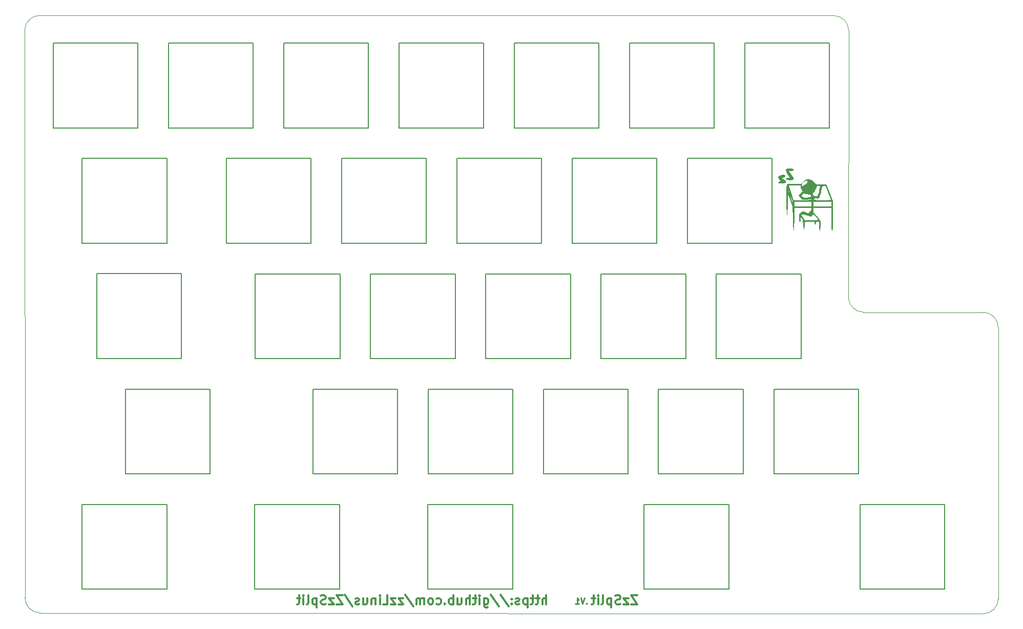
<source format=gbo>
G04 #@! TF.GenerationSoftware,KiCad,Pcbnew,(6.0.7)*
G04 #@! TF.CreationDate,2022-09-08T23:08:07+00:00*
G04 #@! TF.ProjectId,zzsplit-top,7a7a7370-6c69-4742-9d74-6f702e6b6963,rev?*
G04 #@! TF.SameCoordinates,Original*
G04 #@! TF.FileFunction,Legend,Bot*
G04 #@! TF.FilePolarity,Positive*
%FSLAX46Y46*%
G04 Gerber Fmt 4.6, Leading zero omitted, Abs format (unit mm)*
G04 Created by KiCad (PCBNEW (6.0.7)) date 2022-09-08 23:08:07*
%MOMM*%
%LPD*%
G01*
G04 APERTURE LIST*
G04 #@! TA.AperFunction,Profile*
%ADD10C,0.150000*%
G04 #@! TD*
G04 #@! TA.AperFunction,Profile*
%ADD11C,0.100000*%
G04 #@! TD*
%ADD12C,0.300000*%
%ADD13C,0.250000*%
%ADD14C,4.700000*%
G04 APERTURE END LIST*
D10*
X60238729Y-40531602D02*
X74238729Y-40531602D01*
X79288729Y-54531602D02*
X79288729Y-40531602D01*
X121888729Y-59591602D02*
X121888729Y-73591602D01*
X150748729Y-92661602D02*
X164748729Y-92661602D01*
X160248729Y-111711602D02*
X174248729Y-111711602D01*
D11*
X213908649Y-134841609D02*
G75*
G03*
X216428729Y-132331602I10051J2510009D01*
G01*
D10*
X131698729Y-92661602D02*
X131698729Y-78661602D01*
X112338729Y-40531602D02*
X112338729Y-54531602D01*
X141218729Y-97721602D02*
X155218729Y-97721602D01*
X122168729Y-97721602D02*
X136168729Y-97721602D01*
D11*
X191638698Y-82491602D02*
G75*
G03*
X194138729Y-84991602I2500002J2D01*
G01*
D10*
X136438729Y-40531602D02*
X150438729Y-40531602D01*
X93518729Y-116791602D02*
X107518729Y-116791602D01*
X136438729Y-54531602D02*
X150438729Y-54531602D01*
X122168729Y-111721602D02*
X122168729Y-97721602D01*
X102838729Y-59591602D02*
X102838729Y-73591602D01*
X157878729Y-130771602D02*
X157878729Y-116771602D01*
X107518729Y-116791602D02*
X107518729Y-130791602D01*
X140938729Y-59591602D02*
X140938729Y-73591602D01*
D11*
X191697436Y-38465843D02*
X191638729Y-82491602D01*
D10*
X93288729Y-40531602D02*
X93288729Y-54531602D01*
X65008729Y-130801602D02*
X65008729Y-116801602D01*
X93518729Y-130791602D02*
X107518729Y-130791602D01*
X171878729Y-116771602D02*
X171878729Y-130771602D01*
X98338729Y-40531602D02*
X112338729Y-40531602D01*
X165038729Y-59591602D02*
X179038729Y-59591602D01*
X88838729Y-73591602D02*
X102838729Y-73591602D01*
X64998729Y-73571602D02*
X64998729Y-59571602D01*
X169488729Y-40531602D02*
X169488729Y-54531602D01*
X131388729Y-40531602D02*
X131388729Y-54531602D01*
X136438729Y-54531602D02*
X136438729Y-40531602D01*
X160248729Y-111711602D02*
X160248729Y-97711602D01*
X155218729Y-97721602D02*
X155218729Y-111721602D01*
X145988729Y-59591602D02*
X159988729Y-59591602D01*
X157878729Y-116771602D02*
X171878729Y-116771602D01*
X117388729Y-54531602D02*
X117388729Y-40531602D01*
X98338729Y-54531602D02*
X112338729Y-54531602D01*
X81398729Y-78631602D02*
X81398729Y-92631602D01*
X93598729Y-78661602D02*
X107598729Y-78661602D01*
X122158729Y-116781602D02*
X136158729Y-116781602D01*
X93598729Y-92661602D02*
X107598729Y-92661602D01*
X79008729Y-116801602D02*
X79008729Y-130801602D01*
X193588729Y-116781602D02*
X207588729Y-116781602D01*
X171878729Y-116771602D02*
X171878729Y-130771602D01*
D11*
X216408729Y-87561602D02*
X216438729Y-132331602D01*
D10*
X65008729Y-130801602D02*
X79008729Y-130801602D01*
X169798729Y-92661602D02*
X183798729Y-92661602D01*
X155488729Y-40531602D02*
X169488729Y-40531602D01*
X160248729Y-97711602D02*
X174248729Y-97711602D01*
D11*
X57998729Y-35941629D02*
G75*
G03*
X55498729Y-38441602I-29J-2499971D01*
G01*
D10*
X60238729Y-54531602D02*
X60238729Y-40531602D01*
X74238729Y-40531602D02*
X74238729Y-54531602D01*
X183798729Y-78661602D02*
X183798729Y-92661602D01*
X165038729Y-73591602D02*
X165038729Y-59591602D01*
X117388729Y-40531602D02*
X131388729Y-40531602D01*
X141218729Y-111721602D02*
X155218729Y-111721602D01*
X65008729Y-116801602D02*
X79008729Y-116801602D01*
X145988729Y-73591602D02*
X145988729Y-59591602D01*
X131698729Y-92661602D02*
X145698729Y-92661602D01*
X60238729Y-54531602D02*
X74238729Y-54531602D01*
X164748729Y-78661602D02*
X164748729Y-92661602D01*
X150748729Y-92661602D02*
X150748729Y-78661602D01*
X136168729Y-97721602D02*
X136168729Y-111721602D01*
X157878729Y-130771602D02*
X171878729Y-130771602D01*
X193588729Y-130781602D02*
X207588729Y-130781602D01*
D11*
X55538698Y-132201602D02*
G75*
G03*
X58038729Y-134701602I2500002J2D01*
G01*
D10*
X193318729Y-97721602D02*
X193318729Y-111721602D01*
X126938729Y-73591602D02*
X140938729Y-73591602D01*
X107888729Y-73591602D02*
X121888729Y-73591602D01*
X67398729Y-92631602D02*
X81398729Y-92631602D01*
D11*
X213908649Y-134841582D02*
X58038729Y-134701602D01*
D10*
X112648729Y-78661602D02*
X126648729Y-78661602D01*
X72158729Y-97751602D02*
X86158729Y-97751602D01*
X141218729Y-111721602D02*
X141218729Y-97721602D01*
X136158729Y-116781602D02*
X136158729Y-130781602D01*
X155488729Y-54531602D02*
X169488729Y-54531602D01*
X122158729Y-130781602D02*
X122158729Y-116781602D01*
X126938729Y-73591602D02*
X126938729Y-59591602D01*
X112648729Y-92661602D02*
X112648729Y-78661602D01*
X93518729Y-130791602D02*
X93518729Y-116791602D01*
X88838729Y-73591602D02*
X88838729Y-59591602D01*
X67398729Y-78631602D02*
X81398729Y-78631602D01*
X131698729Y-78661602D02*
X145698729Y-78661602D01*
X117388729Y-54531602D02*
X131388729Y-54531602D01*
X179318729Y-111721602D02*
X193318729Y-111721602D01*
X207588729Y-116781602D02*
X207588729Y-130781602D01*
X145988729Y-73591602D02*
X159988729Y-73591602D01*
X107598729Y-78661602D02*
X107598729Y-92661602D01*
X122168729Y-111721602D02*
X136168729Y-111721602D01*
X103118729Y-111721602D02*
X117118729Y-111721602D01*
X122158729Y-130781602D02*
X136158729Y-130781602D01*
X98338729Y-54531602D02*
X98338729Y-40531602D01*
X103118729Y-97721602D02*
X117118729Y-97721602D01*
D11*
X216398732Y-87571602D02*
G75*
G03*
X213918710Y-85011603I-2482732J76102D01*
G01*
D10*
X72158729Y-111751602D02*
X72158729Y-97751602D01*
D11*
X57998729Y-35941602D02*
X189207417Y-35965844D01*
D10*
X174538729Y-54531602D02*
X188538729Y-54531602D01*
X88838729Y-59591602D02*
X102838729Y-59591602D01*
X78998729Y-59571602D02*
X78998729Y-73571602D01*
D11*
X194108710Y-85001603D02*
X213918710Y-85011603D01*
D10*
X174538729Y-40531602D02*
X188538729Y-40531602D01*
X179318729Y-111721602D02*
X179318729Y-97721602D01*
X64998729Y-59571602D02*
X78998729Y-59571602D01*
D11*
X55498729Y-38441602D02*
X55538729Y-132201602D01*
D10*
X174538729Y-54531602D02*
X174538729Y-40531602D01*
X86158729Y-97751602D02*
X86158729Y-111751602D01*
X64998729Y-73571602D02*
X78998729Y-73571602D01*
X107888729Y-73591602D02*
X107888729Y-59591602D01*
X79288729Y-54531602D02*
X93288729Y-54531602D01*
X67398729Y-92631602D02*
X67398729Y-78631602D01*
X145698729Y-78661602D02*
X145698729Y-92661602D01*
X179038729Y-59591602D02*
X179038729Y-73591602D01*
X150748729Y-78661602D02*
X164748729Y-78661602D01*
X169798729Y-78661602D02*
X183798729Y-78661602D01*
X188538729Y-40531602D02*
X188538729Y-54531602D01*
X126648729Y-78661602D02*
X126648729Y-92661602D01*
X103118729Y-111721602D02*
X103118729Y-97721602D01*
D11*
X191697476Y-38465843D02*
G75*
G03*
X189207417Y-35965844I-2500076J-57D01*
G01*
D10*
X193588729Y-130781602D02*
X193588729Y-116781602D01*
X159988729Y-59591602D02*
X159988729Y-73591602D01*
X165038729Y-73591602D02*
X179038729Y-73591602D01*
X72158729Y-111751602D02*
X86158729Y-111751602D01*
X157878729Y-130771602D02*
X171878729Y-130771602D01*
X79288729Y-40531602D02*
X93288729Y-40531602D01*
X155488729Y-54531602D02*
X155488729Y-40531602D01*
X169798729Y-92661602D02*
X169798729Y-78661602D01*
X93598729Y-92661602D02*
X93598729Y-78661602D01*
X179318729Y-97721602D02*
X193318729Y-97721602D01*
X112648729Y-92661602D02*
X126648729Y-92661602D01*
X150438729Y-40531602D02*
X150438729Y-54531602D01*
X126938729Y-59591602D02*
X140938729Y-59591602D01*
X157878729Y-130771602D02*
X157878729Y-116771602D01*
X157878729Y-116771602D02*
X171878729Y-116771602D01*
X174248729Y-97711602D02*
X174248729Y-111711602D01*
X117118729Y-97721602D02*
X117118729Y-111721602D01*
X107888729Y-59591602D02*
X121888729Y-59591602D01*
D12*
X156733871Y-131767030D02*
X155717871Y-131767030D01*
X156733871Y-133291030D01*
X155717871Y-133291030D01*
X155282443Y-132275030D02*
X154484157Y-132275030D01*
X155282443Y-133291030D01*
X154484157Y-133291030D01*
X153976157Y-133218459D02*
X153758443Y-133291030D01*
X153395586Y-133291030D01*
X153250443Y-133218459D01*
X153177871Y-133145887D01*
X153105300Y-133000744D01*
X153105300Y-132855602D01*
X153177871Y-132710459D01*
X153250443Y-132637887D01*
X153395586Y-132565316D01*
X153685871Y-132492744D01*
X153831014Y-132420173D01*
X153903586Y-132347602D01*
X153976157Y-132202459D01*
X153976157Y-132057316D01*
X153903586Y-131912173D01*
X153831014Y-131839602D01*
X153685871Y-131767030D01*
X153323014Y-131767030D01*
X153105300Y-131839602D01*
X152452157Y-132275030D02*
X152452157Y-133799030D01*
X152452157Y-132347602D02*
X152307014Y-132275030D01*
X152016729Y-132275030D01*
X151871586Y-132347602D01*
X151799014Y-132420173D01*
X151726443Y-132565316D01*
X151726443Y-133000744D01*
X151799014Y-133145887D01*
X151871586Y-133218459D01*
X152016729Y-133291030D01*
X152307014Y-133291030D01*
X152452157Y-133218459D01*
X150855586Y-133291030D02*
X151000729Y-133218459D01*
X151073300Y-133073316D01*
X151073300Y-131767030D01*
X150275014Y-133291030D02*
X150275014Y-132275030D01*
X150275014Y-131767030D02*
X150347586Y-131839602D01*
X150275014Y-131912173D01*
X150202443Y-131839602D01*
X150275014Y-131767030D01*
X150275014Y-131912173D01*
X149767014Y-132275030D02*
X149186443Y-132275030D01*
X149549300Y-131767030D02*
X149549300Y-133073316D01*
X149476729Y-133218459D01*
X149331586Y-133291030D01*
X149186443Y-133291030D01*
X141711586Y-133291030D02*
X141711586Y-131767030D01*
X141058443Y-133291030D02*
X141058443Y-132492744D01*
X141131014Y-132347602D01*
X141276157Y-132275030D01*
X141493871Y-132275030D01*
X141639014Y-132347602D01*
X141711586Y-132420173D01*
X140550443Y-132275030D02*
X139969871Y-132275030D01*
X140332729Y-131767030D02*
X140332729Y-133073316D01*
X140260157Y-133218459D01*
X140115014Y-133291030D01*
X139969871Y-133291030D01*
X139679586Y-132275030D02*
X139099014Y-132275030D01*
X139461871Y-131767030D02*
X139461871Y-133073316D01*
X139389300Y-133218459D01*
X139244157Y-133291030D01*
X139099014Y-133291030D01*
X138591014Y-132275030D02*
X138591014Y-133799030D01*
X138591014Y-132347602D02*
X138445871Y-132275030D01*
X138155586Y-132275030D01*
X138010443Y-132347602D01*
X137937871Y-132420173D01*
X137865300Y-132565316D01*
X137865300Y-133000744D01*
X137937871Y-133145887D01*
X138010443Y-133218459D01*
X138155586Y-133291030D01*
X138445871Y-133291030D01*
X138591014Y-133218459D01*
X137284729Y-133218459D02*
X137139586Y-133291030D01*
X136849300Y-133291030D01*
X136704157Y-133218459D01*
X136631586Y-133073316D01*
X136631586Y-133000744D01*
X136704157Y-132855602D01*
X136849300Y-132783030D01*
X137067014Y-132783030D01*
X137212157Y-132710459D01*
X137284729Y-132565316D01*
X137284729Y-132492744D01*
X137212157Y-132347602D01*
X137067014Y-132275030D01*
X136849300Y-132275030D01*
X136704157Y-132347602D01*
X135978443Y-133145887D02*
X135905871Y-133218459D01*
X135978443Y-133291030D01*
X136051014Y-133218459D01*
X135978443Y-133145887D01*
X135978443Y-133291030D01*
X135978443Y-132347602D02*
X135905871Y-132420173D01*
X135978443Y-132492744D01*
X136051014Y-132420173D01*
X135978443Y-132347602D01*
X135978443Y-132492744D01*
X134164157Y-131694459D02*
X135470443Y-133653887D01*
X132567586Y-131694459D02*
X133873871Y-133653887D01*
X131406443Y-132275030D02*
X131406443Y-133508744D01*
X131479014Y-133653887D01*
X131551586Y-133726459D01*
X131696729Y-133799030D01*
X131914443Y-133799030D01*
X132059586Y-133726459D01*
X131406443Y-133218459D02*
X131551586Y-133291030D01*
X131841871Y-133291030D01*
X131987014Y-133218459D01*
X132059586Y-133145887D01*
X132132157Y-133000744D01*
X132132157Y-132565316D01*
X132059586Y-132420173D01*
X131987014Y-132347602D01*
X131841871Y-132275030D01*
X131551586Y-132275030D01*
X131406443Y-132347602D01*
X130680729Y-133291030D02*
X130680729Y-132275030D01*
X130680729Y-131767030D02*
X130753300Y-131839602D01*
X130680729Y-131912173D01*
X130608157Y-131839602D01*
X130680729Y-131767030D01*
X130680729Y-131912173D01*
X130172729Y-132275030D02*
X129592157Y-132275030D01*
X129955014Y-131767030D02*
X129955014Y-133073316D01*
X129882443Y-133218459D01*
X129737300Y-133291030D01*
X129592157Y-133291030D01*
X129084157Y-133291030D02*
X129084157Y-131767030D01*
X128431014Y-133291030D02*
X128431014Y-132492744D01*
X128503586Y-132347602D01*
X128648729Y-132275030D01*
X128866443Y-132275030D01*
X129011586Y-132347602D01*
X129084157Y-132420173D01*
X127052157Y-132275030D02*
X127052157Y-133291030D01*
X127705300Y-132275030D02*
X127705300Y-133073316D01*
X127632729Y-133218459D01*
X127487586Y-133291030D01*
X127269871Y-133291030D01*
X127124729Y-133218459D01*
X127052157Y-133145887D01*
X126326443Y-133291030D02*
X126326443Y-131767030D01*
X126326443Y-132347602D02*
X126181300Y-132275030D01*
X125891014Y-132275030D01*
X125745871Y-132347602D01*
X125673300Y-132420173D01*
X125600729Y-132565316D01*
X125600729Y-133000744D01*
X125673300Y-133145887D01*
X125745871Y-133218459D01*
X125891014Y-133291030D01*
X126181300Y-133291030D01*
X126326443Y-133218459D01*
X124947586Y-133145887D02*
X124875014Y-133218459D01*
X124947586Y-133291030D01*
X125020157Y-133218459D01*
X124947586Y-133145887D01*
X124947586Y-133291030D01*
X123568729Y-133218459D02*
X123713871Y-133291030D01*
X124004157Y-133291030D01*
X124149300Y-133218459D01*
X124221871Y-133145887D01*
X124294443Y-133000744D01*
X124294443Y-132565316D01*
X124221871Y-132420173D01*
X124149300Y-132347602D01*
X124004157Y-132275030D01*
X123713871Y-132275030D01*
X123568729Y-132347602D01*
X122697871Y-133291030D02*
X122843014Y-133218459D01*
X122915586Y-133145887D01*
X122988157Y-133000744D01*
X122988157Y-132565316D01*
X122915586Y-132420173D01*
X122843014Y-132347602D01*
X122697871Y-132275030D01*
X122480157Y-132275030D01*
X122335014Y-132347602D01*
X122262443Y-132420173D01*
X122189871Y-132565316D01*
X122189871Y-133000744D01*
X122262443Y-133145887D01*
X122335014Y-133218459D01*
X122480157Y-133291030D01*
X122697871Y-133291030D01*
X121536729Y-133291030D02*
X121536729Y-132275030D01*
X121536729Y-132420173D02*
X121464157Y-132347602D01*
X121319014Y-132275030D01*
X121101300Y-132275030D01*
X120956157Y-132347602D01*
X120883586Y-132492744D01*
X120883586Y-133291030D01*
X120883586Y-132492744D02*
X120811014Y-132347602D01*
X120665871Y-132275030D01*
X120448157Y-132275030D01*
X120303014Y-132347602D01*
X120230443Y-132492744D01*
X120230443Y-133291030D01*
X118416157Y-131694459D02*
X119722443Y-133653887D01*
X118053300Y-132275030D02*
X117255014Y-132275030D01*
X118053300Y-133291030D01*
X117255014Y-133291030D01*
X116819586Y-132275030D02*
X116021300Y-132275030D01*
X116819586Y-133291030D01*
X116021300Y-133291030D01*
X114715014Y-133291030D02*
X115440729Y-133291030D01*
X115440729Y-131767030D01*
X114207014Y-133291030D02*
X114207014Y-132275030D01*
X114207014Y-131767030D02*
X114279586Y-131839602D01*
X114207014Y-131912173D01*
X114134443Y-131839602D01*
X114207014Y-131767030D01*
X114207014Y-131912173D01*
X113481300Y-132275030D02*
X113481300Y-133291030D01*
X113481300Y-132420173D02*
X113408729Y-132347602D01*
X113263586Y-132275030D01*
X113045871Y-132275030D01*
X112900729Y-132347602D01*
X112828157Y-132492744D01*
X112828157Y-133291030D01*
X111449300Y-132275030D02*
X111449300Y-133291030D01*
X112102443Y-132275030D02*
X112102443Y-133073316D01*
X112029871Y-133218459D01*
X111884729Y-133291030D01*
X111667014Y-133291030D01*
X111521871Y-133218459D01*
X111449300Y-133145887D01*
X110796157Y-133218459D02*
X110651014Y-133291030D01*
X110360729Y-133291030D01*
X110215586Y-133218459D01*
X110143014Y-133073316D01*
X110143014Y-133000744D01*
X110215586Y-132855602D01*
X110360729Y-132783030D01*
X110578443Y-132783030D01*
X110723586Y-132710459D01*
X110796157Y-132565316D01*
X110796157Y-132492744D01*
X110723586Y-132347602D01*
X110578443Y-132275030D01*
X110360729Y-132275030D01*
X110215586Y-132347602D01*
X108401300Y-131694459D02*
X109707586Y-133653887D01*
X108038443Y-131767030D02*
X107022443Y-131767030D01*
X108038443Y-133291030D01*
X107022443Y-133291030D01*
X106587014Y-132275030D02*
X105788729Y-132275030D01*
X106587014Y-133291030D01*
X105788729Y-133291030D01*
X105280729Y-133218459D02*
X105063014Y-133291030D01*
X104700157Y-133291030D01*
X104555014Y-133218459D01*
X104482443Y-133145887D01*
X104409871Y-133000744D01*
X104409871Y-132855602D01*
X104482443Y-132710459D01*
X104555014Y-132637887D01*
X104700157Y-132565316D01*
X104990443Y-132492744D01*
X105135586Y-132420173D01*
X105208157Y-132347602D01*
X105280729Y-132202459D01*
X105280729Y-132057316D01*
X105208157Y-131912173D01*
X105135586Y-131839602D01*
X104990443Y-131767030D01*
X104627586Y-131767030D01*
X104409871Y-131839602D01*
X103756729Y-132275030D02*
X103756729Y-133799030D01*
X103756729Y-132347602D02*
X103611586Y-132275030D01*
X103321300Y-132275030D01*
X103176157Y-132347602D01*
X103103586Y-132420173D01*
X103031014Y-132565316D01*
X103031014Y-133000744D01*
X103103586Y-133145887D01*
X103176157Y-133218459D01*
X103321300Y-133291030D01*
X103611586Y-133291030D01*
X103756729Y-133218459D01*
X102160157Y-133291030D02*
X102305300Y-133218459D01*
X102377871Y-133073316D01*
X102377871Y-131767030D01*
X101579586Y-133291030D02*
X101579586Y-132275030D01*
X101579586Y-131767030D02*
X101652157Y-131839602D01*
X101579586Y-131912173D01*
X101507014Y-131839602D01*
X101579586Y-131767030D01*
X101579586Y-131912173D01*
X101071586Y-132275030D02*
X100491014Y-132275030D01*
X100853871Y-131767030D02*
X100853871Y-133073316D01*
X100781300Y-133218459D01*
X100636157Y-133291030D01*
X100491014Y-133291030D01*
D13*
X148393490Y-133118744D02*
X148345871Y-133166363D01*
X148393490Y-133213982D01*
X148441109Y-133166363D01*
X148393490Y-133118744D01*
X148393490Y-133213982D01*
X148060157Y-132213982D02*
X147726824Y-133213982D01*
X147393490Y-132213982D01*
X146536348Y-133213982D02*
X147107776Y-133213982D01*
X146822062Y-133213982D02*
X146822062Y-132213982D01*
X146917300Y-132356840D01*
X147012538Y-132452078D01*
X147107776Y-132499697D01*
G36*
X182090366Y-61274868D02*
G01*
X182370808Y-61282181D01*
X182527676Y-61306559D01*
X182596064Y-61357357D01*
X182611062Y-61443936D01*
X182611020Y-61450077D01*
X182580207Y-61554793D01*
X182463754Y-61610712D01*
X182219893Y-61638625D01*
X181828723Y-61663982D01*
X182198726Y-62227322D01*
X182396774Y-62546144D01*
X182529519Y-62817984D01*
X182564322Y-63004098D01*
X182508817Y-63126625D01*
X182409674Y-63152585D01*
X182187573Y-63166001D01*
X181894983Y-63161903D01*
X181623630Y-63145512D01*
X181441976Y-63115339D01*
X181360123Y-63060467D01*
X181341062Y-62967936D01*
X181344200Y-62923751D01*
X181416931Y-62818543D01*
X181616229Y-62772071D01*
X181636831Y-62769924D01*
X181817295Y-62734369D01*
X181891395Y-62688138D01*
X181855886Y-62609678D01*
X181746454Y-62428746D01*
X181588862Y-62191471D01*
X181497568Y-62052292D01*
X181345962Y-61748417D01*
X181313696Y-61513404D01*
X181326968Y-61418899D01*
X181365588Y-61335629D01*
X181461816Y-61292774D01*
X181652893Y-61276907D01*
X181976062Y-61274602D01*
X182090366Y-61274868D01*
G37*
G36*
X181154935Y-62324608D02*
G01*
X181184356Y-62363499D01*
X181189078Y-62513756D01*
X181074370Y-62660603D01*
X180870894Y-62757332D01*
X180771481Y-62787221D01*
X180747693Y-62835065D01*
X180829172Y-62927140D01*
X181030086Y-63093349D01*
X181105631Y-63156056D01*
X181306678Y-63366897D01*
X181349861Y-63522754D01*
X181234346Y-63630726D01*
X180959305Y-63697912D01*
X180563089Y-63740436D01*
X180277760Y-63735989D01*
X180119741Y-63676971D01*
X180071062Y-63560602D01*
X180102279Y-63448324D01*
X180261562Y-63364214D01*
X180327345Y-63352524D01*
X180435036Y-63295145D01*
X180405389Y-63187330D01*
X180236874Y-63006961D01*
X180203180Y-62974319D01*
X180052320Y-62766397D01*
X180060043Y-62596875D01*
X180229583Y-62459234D01*
X180564171Y-62346956D01*
X180856031Y-62286037D01*
X181048734Y-62277049D01*
X181154935Y-62324608D01*
G37*
G36*
X189088062Y-69066395D02*
G01*
X189087941Y-69232124D01*
X189085267Y-69849857D01*
X189079443Y-70406346D01*
X189070932Y-70879975D01*
X189060198Y-71249126D01*
X189047706Y-71492181D01*
X189033920Y-71587523D01*
X188975741Y-71621654D01*
X188926088Y-71580880D01*
X188888886Y-71444802D01*
X188862610Y-71198628D01*
X188845732Y-70827565D01*
X188836725Y-70316822D01*
X188834062Y-69651605D01*
X188834062Y-67751602D01*
X185870729Y-67751602D01*
X185870729Y-68165877D01*
X185871703Y-68236160D01*
X185905396Y-68505360D01*
X185984696Y-68623885D01*
X186025199Y-68651352D01*
X186167410Y-68789620D01*
X186368426Y-69012942D01*
X186598529Y-69289110D01*
X186926085Y-69696366D01*
X187098395Y-69910602D01*
X187056062Y-70737132D01*
X187042362Y-70951609D01*
X187009619Y-71269349D01*
X186970149Y-71484258D01*
X186929062Y-71563101D01*
X186911930Y-71549454D01*
X186872226Y-71410957D01*
X186840010Y-71150036D01*
X186820052Y-70800071D01*
X186795708Y-70037602D01*
X186550249Y-70037602D01*
X186415524Y-70047727D01*
X186316855Y-70121753D01*
X186278260Y-70312769D01*
X186276059Y-70333188D01*
X186231884Y-70513775D01*
X186167062Y-70587936D01*
X186160706Y-70587180D01*
X186096755Y-70500202D01*
X186055864Y-70312769D01*
X186029333Y-70037602D01*
X184438518Y-70037602D01*
X184413790Y-70693769D01*
X184413663Y-70697131D01*
X184387856Y-71064344D01*
X184348727Y-71267579D01*
X184302196Y-71311059D01*
X184254183Y-71199005D01*
X184210610Y-70935639D01*
X184177395Y-70525184D01*
X184173557Y-70457886D01*
X184131844Y-70007457D01*
X184065063Y-69682542D01*
X183965729Y-69444936D01*
X183796395Y-69148602D01*
X183754062Y-69637045D01*
X183729903Y-69854678D01*
X183682798Y-70074678D01*
X183631543Y-70135537D01*
X183582642Y-70043167D01*
X183542598Y-69803479D01*
X183517912Y-69422384D01*
X183512924Y-69253256D01*
X183511443Y-68950961D01*
X183516949Y-68894602D01*
X183866588Y-68894602D01*
X184151473Y-69339102D01*
X184436359Y-69783602D01*
X185581678Y-69783602D01*
X186023259Y-69784899D01*
X186356864Y-69780416D01*
X186551356Y-69755724D01*
X186622410Y-69696366D01*
X186585706Y-69587887D01*
X186456920Y-69415831D01*
X186251729Y-69165740D01*
X186110048Y-69004803D01*
X185932698Y-68876840D01*
X185779131Y-68890790D01*
X185618420Y-69040538D01*
X185465969Y-69228808D01*
X184915537Y-69034489D01*
X184621542Y-68944840D01*
X184324003Y-68881409D01*
X184115846Y-68867386D01*
X183866588Y-68894602D01*
X183516949Y-68894602D01*
X183529268Y-68768513D01*
X183571918Y-68671232D01*
X183644912Y-68624436D01*
X183729740Y-68581464D01*
X183864103Y-68456487D01*
X183917839Y-68403673D01*
X184106170Y-68352039D01*
X184341241Y-68376057D01*
X184553411Y-68473962D01*
X184656560Y-68533448D01*
X184858986Y-68591364D01*
X185055447Y-68599062D01*
X185193844Y-68557146D01*
X185222075Y-68466218D01*
X185219653Y-68371284D01*
X185351732Y-68287010D01*
X185490159Y-68196807D01*
X185532062Y-67995727D01*
X185532062Y-67751602D01*
X182741302Y-67751602D01*
X182718515Y-69614373D01*
X182711101Y-70074114D01*
X182693896Y-70678217D01*
X182671408Y-71114151D01*
X182645014Y-71382533D01*
X182616095Y-71483976D01*
X182586028Y-71419099D01*
X182556191Y-71188514D01*
X182527964Y-70792840D01*
X182502724Y-70232691D01*
X182481851Y-69508682D01*
X182437307Y-67539936D01*
X182421517Y-67497602D01*
X182738062Y-67497602D01*
X185532062Y-67497602D01*
X185870729Y-67497602D01*
X188834062Y-67497602D01*
X188834062Y-66735602D01*
X185870729Y-66735602D01*
X185870729Y-67497602D01*
X185532062Y-67497602D01*
X185532062Y-66735602D01*
X182738062Y-66735602D01*
X182738062Y-67497602D01*
X182421517Y-67497602D01*
X182042559Y-66481602D01*
X181647811Y-65423269D01*
X181621436Y-67201269D01*
X181610391Y-67748561D01*
X181592226Y-68269591D01*
X181569022Y-68656121D01*
X181541504Y-68896548D01*
X181510395Y-68979269D01*
X181508490Y-68978862D01*
X181482617Y-68887607D01*
X181459811Y-68654117D01*
X181440276Y-68303707D01*
X181424215Y-67861693D01*
X181411834Y-67353391D01*
X181403336Y-66804116D01*
X181398926Y-66239184D01*
X181398807Y-65683910D01*
X181403185Y-65163611D01*
X181412262Y-64703602D01*
X181416419Y-64592293D01*
X181652391Y-64592293D01*
X181687064Y-64734644D01*
X181766157Y-64995629D01*
X181880565Y-65346039D01*
X182021186Y-65756667D01*
X182082138Y-65930424D01*
X182241630Y-66376504D01*
X182356019Y-66678935D01*
X182430854Y-66850899D01*
X182471685Y-66905578D01*
X182484062Y-66856157D01*
X182483504Y-66849497D01*
X182449738Y-66724824D01*
X182372530Y-66489067D01*
X182264227Y-66176116D01*
X182137180Y-65819861D01*
X182003735Y-65454191D01*
X181876241Y-65112997D01*
X181767046Y-64830168D01*
X181688499Y-64639593D01*
X181652947Y-64575162D01*
X181652391Y-64592293D01*
X181416419Y-64592293D01*
X181426244Y-64329199D01*
X181443592Y-64089769D01*
X181806326Y-64089769D01*
X181810787Y-64112330D01*
X181856934Y-64267394D01*
X181945180Y-64539910D01*
X182065656Y-64899767D01*
X182208493Y-65316856D01*
X182611062Y-66480443D01*
X184113895Y-66481023D01*
X184549106Y-66478056D01*
X184975837Y-66468089D01*
X185313953Y-66452350D01*
X185536551Y-66432134D01*
X185616729Y-66408733D01*
X185593236Y-66392208D01*
X185439436Y-66371493D01*
X185173834Y-66365134D01*
X184833562Y-66374743D01*
X184050395Y-66413621D01*
X184002206Y-66363661D01*
X185955395Y-66363661D01*
X185965135Y-66392044D01*
X185996087Y-66408733D01*
X186033774Y-66429054D01*
X186186402Y-66454727D01*
X186444343Y-66470850D01*
X186828919Y-66479212D01*
X187361454Y-66481602D01*
X187655258Y-66481326D01*
X188092439Y-66478325D01*
X188395073Y-66469983D01*
X188585897Y-66453813D01*
X188687648Y-66427324D01*
X188723062Y-66388028D01*
X188714877Y-66333436D01*
X188711096Y-66322925D01*
X188654233Y-66170192D01*
X188552063Y-65899488D01*
X188417822Y-65545787D01*
X188264746Y-65144061D01*
X188225501Y-65041313D01*
X188073836Y-64649797D01*
X187963079Y-64386782D01*
X187877491Y-64227686D01*
X187801336Y-64147923D01*
X187718877Y-64122910D01*
X187614377Y-64128061D01*
X187535166Y-64138142D01*
X187445633Y-64171310D01*
X187437687Y-64180546D01*
X187375912Y-64252348D01*
X187311320Y-64410486D01*
X187237176Y-64674960D01*
X187138799Y-65075001D01*
X187105152Y-65211563D01*
X186980732Y-65653388D01*
X186907012Y-65836270D01*
X186860088Y-65952676D01*
X186729549Y-66129790D01*
X186575441Y-66205090D01*
X186384095Y-66198935D01*
X186223517Y-66182568D01*
X186026413Y-66229240D01*
X185955395Y-66363661D01*
X184002206Y-66363661D01*
X183713555Y-66064402D01*
X183666468Y-66014836D01*
X183489021Y-65789770D01*
X183481842Y-65756609D01*
X183946414Y-65756609D01*
X184047691Y-65885947D01*
X184146511Y-65970605D01*
X184336786Y-66036328D01*
X184635018Y-66049829D01*
X184775940Y-66044481D01*
X185067160Y-66019178D01*
X185278062Y-65982512D01*
X185398285Y-65937415D01*
X185470409Y-65836270D01*
X185460095Y-65634936D01*
X185459401Y-65631638D01*
X185369568Y-65574058D01*
X185182052Y-65550269D01*
X185149669Y-65549624D01*
X184874500Y-65517215D01*
X184585220Y-65450953D01*
X184561644Y-65443942D01*
X184449650Y-65418508D01*
X185791204Y-65418508D01*
X185820904Y-65573509D01*
X185860959Y-65661482D01*
X185987299Y-65771629D01*
X186222570Y-65820036D01*
X186372725Y-65831089D01*
X186505751Y-65806424D01*
X186587151Y-65698508D01*
X186666801Y-65467792D01*
X186695588Y-65372496D01*
X186777508Y-65069106D01*
X186832543Y-64819313D01*
X186877448Y-64585736D01*
X186934149Y-64332480D01*
X186936058Y-64324836D01*
X186956122Y-64180546D01*
X186889526Y-64121974D01*
X186695062Y-64110936D01*
X186638656Y-64111347D01*
X186473786Y-64134691D01*
X186393577Y-64229237D01*
X186347173Y-64443620D01*
X186252510Y-64731098D01*
X186018851Y-65067117D01*
X186005852Y-65080907D01*
X185845360Y-65273476D01*
X185791204Y-65418508D01*
X184449650Y-65418508D01*
X184346432Y-65395067D01*
X184208292Y-65420673D01*
X184072737Y-65532631D01*
X183957206Y-65660441D01*
X183946414Y-65756609D01*
X183481842Y-65756609D01*
X183450953Y-65613916D01*
X183557106Y-65447335D01*
X183812327Y-65250088D01*
X184066369Y-65076908D01*
X183910216Y-64785743D01*
X183894238Y-64754724D01*
X183794730Y-64493443D01*
X183754062Y-64260423D01*
X183754062Y-64047436D01*
X183923712Y-64047436D01*
X183964860Y-64111389D01*
X184101160Y-64105240D01*
X184294854Y-64028523D01*
X184506311Y-63901792D01*
X184695902Y-63745600D01*
X184823996Y-63580503D01*
X184889981Y-63418963D01*
X184883826Y-63261902D01*
X184757835Y-63220347D01*
X184522046Y-63303508D01*
X184520685Y-63304214D01*
X184327660Y-63448131D01*
X184133748Y-63657366D01*
X183984062Y-63875830D01*
X183923712Y-64047436D01*
X183754062Y-64047436D01*
X183754062Y-64026269D01*
X182780395Y-64026269D01*
X182418277Y-64030848D01*
X182100709Y-64044401D01*
X181885580Y-64064768D01*
X181806326Y-64089769D01*
X181443592Y-64089769D01*
X181445335Y-64065717D01*
X181469738Y-63938472D01*
X181506456Y-63883627D01*
X181578197Y-63833204D01*
X181704640Y-63800733D01*
X181914436Y-63782336D01*
X182236241Y-63774140D01*
X182698708Y-63772269D01*
X183838729Y-63772269D01*
X184168775Y-63442223D01*
X184408094Y-63238683D01*
X184803768Y-63047450D01*
X185205797Y-63024258D01*
X185606600Y-63168947D01*
X185920315Y-63418963D01*
X185998600Y-63481352D01*
X186363625Y-63856935D01*
X187170513Y-63856936D01*
X187307716Y-63857951D01*
X187671993Y-63873101D01*
X187923336Y-63904109D01*
X188033691Y-63948013D01*
X188058516Y-63999906D01*
X188140030Y-64192519D01*
X188263398Y-64495824D01*
X188416951Y-64881006D01*
X188589021Y-65319250D01*
X189005660Y-66388028D01*
X189088062Y-66599410D01*
X189088062Y-69066395D01*
G37*
%LPC*%
D14*
X64670000Y-104250000D03*
X183090000Y-128180000D03*
X187670000Y-58730000D03*
X83450000Y-59950000D03*
M02*

</source>
